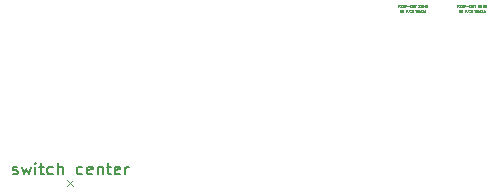
<source format=gbr>
%TF.GenerationSoftware,KiCad,Pcbnew,7.0.1*%
%TF.CreationDate,2023-05-19T15:14:05+03:00*%
%TF.ProjectId,rp2040-bakeneko65,72703230-3430-42d6-9261-6b656e656b6f,rev?*%
%TF.SameCoordinates,Original*%
%TF.FileFunction,Other,Comment*%
%FSLAX46Y46*%
G04 Gerber Fmt 4.6, Leading zero omitted, Abs format (unit mm)*
G04 Created by KiCad (PCBNEW 7.0.1) date 2023-05-19 15:14:05*
%MOMM*%
%LPD*%
G01*
G04 APERTURE LIST*
%ADD10C,0.150000*%
%ADD11C,0.030000*%
%ADD12C,0.120000*%
G04 APERTURE END LIST*
D10*
%TO.C,LED1*%
X71342856Y-130213750D02*
X71438094Y-130261369D01*
X71438094Y-130261369D02*
X71628570Y-130261369D01*
X71628570Y-130261369D02*
X71723808Y-130213750D01*
X71723808Y-130213750D02*
X71771427Y-130118511D01*
X71771427Y-130118511D02*
X71771427Y-130070892D01*
X71771427Y-130070892D02*
X71723808Y-129975654D01*
X71723808Y-129975654D02*
X71628570Y-129928035D01*
X71628570Y-129928035D02*
X71485713Y-129928035D01*
X71485713Y-129928035D02*
X71390475Y-129880416D01*
X71390475Y-129880416D02*
X71342856Y-129785178D01*
X71342856Y-129785178D02*
X71342856Y-129737559D01*
X71342856Y-129737559D02*
X71390475Y-129642321D01*
X71390475Y-129642321D02*
X71485713Y-129594702D01*
X71485713Y-129594702D02*
X71628570Y-129594702D01*
X71628570Y-129594702D02*
X71723808Y-129642321D01*
X72104761Y-129594702D02*
X72295237Y-130261369D01*
X72295237Y-130261369D02*
X72485713Y-129785178D01*
X72485713Y-129785178D02*
X72676189Y-130261369D01*
X72676189Y-130261369D02*
X72866665Y-129594702D01*
X73247618Y-130261369D02*
X73247618Y-129594702D01*
X73247618Y-129261369D02*
X73199999Y-129308988D01*
X73199999Y-129308988D02*
X73247618Y-129356607D01*
X73247618Y-129356607D02*
X73295237Y-129308988D01*
X73295237Y-129308988D02*
X73247618Y-129261369D01*
X73247618Y-129261369D02*
X73247618Y-129356607D01*
X73580951Y-129594702D02*
X73961903Y-129594702D01*
X73723808Y-129261369D02*
X73723808Y-130118511D01*
X73723808Y-130118511D02*
X73771427Y-130213750D01*
X73771427Y-130213750D02*
X73866665Y-130261369D01*
X73866665Y-130261369D02*
X73961903Y-130261369D01*
X74723808Y-130213750D02*
X74628570Y-130261369D01*
X74628570Y-130261369D02*
X74438094Y-130261369D01*
X74438094Y-130261369D02*
X74342856Y-130213750D01*
X74342856Y-130213750D02*
X74295237Y-130166130D01*
X74295237Y-130166130D02*
X74247618Y-130070892D01*
X74247618Y-130070892D02*
X74247618Y-129785178D01*
X74247618Y-129785178D02*
X74295237Y-129689940D01*
X74295237Y-129689940D02*
X74342856Y-129642321D01*
X74342856Y-129642321D02*
X74438094Y-129594702D01*
X74438094Y-129594702D02*
X74628570Y-129594702D01*
X74628570Y-129594702D02*
X74723808Y-129642321D01*
X75152380Y-130261369D02*
X75152380Y-129261369D01*
X75580951Y-130261369D02*
X75580951Y-129737559D01*
X75580951Y-129737559D02*
X75533332Y-129642321D01*
X75533332Y-129642321D02*
X75438094Y-129594702D01*
X75438094Y-129594702D02*
X75295237Y-129594702D01*
X75295237Y-129594702D02*
X75199999Y-129642321D01*
X75199999Y-129642321D02*
X75152380Y-129689940D01*
X77247618Y-130213750D02*
X77152380Y-130261369D01*
X77152380Y-130261369D02*
X76961904Y-130261369D01*
X76961904Y-130261369D02*
X76866666Y-130213750D01*
X76866666Y-130213750D02*
X76819047Y-130166130D01*
X76819047Y-130166130D02*
X76771428Y-130070892D01*
X76771428Y-130070892D02*
X76771428Y-129785178D01*
X76771428Y-129785178D02*
X76819047Y-129689940D01*
X76819047Y-129689940D02*
X76866666Y-129642321D01*
X76866666Y-129642321D02*
X76961904Y-129594702D01*
X76961904Y-129594702D02*
X77152380Y-129594702D01*
X77152380Y-129594702D02*
X77247618Y-129642321D01*
X78057142Y-130213750D02*
X77961904Y-130261369D01*
X77961904Y-130261369D02*
X77771428Y-130261369D01*
X77771428Y-130261369D02*
X77676190Y-130213750D01*
X77676190Y-130213750D02*
X77628571Y-130118511D01*
X77628571Y-130118511D02*
X77628571Y-129737559D01*
X77628571Y-129737559D02*
X77676190Y-129642321D01*
X77676190Y-129642321D02*
X77771428Y-129594702D01*
X77771428Y-129594702D02*
X77961904Y-129594702D01*
X77961904Y-129594702D02*
X78057142Y-129642321D01*
X78057142Y-129642321D02*
X78104761Y-129737559D01*
X78104761Y-129737559D02*
X78104761Y-129832797D01*
X78104761Y-129832797D02*
X77628571Y-129928035D01*
X78533333Y-129594702D02*
X78533333Y-130261369D01*
X78533333Y-129689940D02*
X78580952Y-129642321D01*
X78580952Y-129642321D02*
X78676190Y-129594702D01*
X78676190Y-129594702D02*
X78819047Y-129594702D01*
X78819047Y-129594702D02*
X78914285Y-129642321D01*
X78914285Y-129642321D02*
X78961904Y-129737559D01*
X78961904Y-129737559D02*
X78961904Y-130261369D01*
X79295238Y-129594702D02*
X79676190Y-129594702D01*
X79438095Y-129261369D02*
X79438095Y-130118511D01*
X79438095Y-130118511D02*
X79485714Y-130213750D01*
X79485714Y-130213750D02*
X79580952Y-130261369D01*
X79580952Y-130261369D02*
X79676190Y-130261369D01*
X80390476Y-130213750D02*
X80295238Y-130261369D01*
X80295238Y-130261369D02*
X80104762Y-130261369D01*
X80104762Y-130261369D02*
X80009524Y-130213750D01*
X80009524Y-130213750D02*
X79961905Y-130118511D01*
X79961905Y-130118511D02*
X79961905Y-129737559D01*
X79961905Y-129737559D02*
X80009524Y-129642321D01*
X80009524Y-129642321D02*
X80104762Y-129594702D01*
X80104762Y-129594702D02*
X80295238Y-129594702D01*
X80295238Y-129594702D02*
X80390476Y-129642321D01*
X80390476Y-129642321D02*
X80438095Y-129737559D01*
X80438095Y-129737559D02*
X80438095Y-129832797D01*
X80438095Y-129832797D02*
X79961905Y-129928035D01*
X80866667Y-130261369D02*
X80866667Y-129594702D01*
X80866667Y-129785178D02*
X80914286Y-129689940D01*
X80914286Y-129689940D02*
X80961905Y-129642321D01*
X80961905Y-129642321D02*
X81057143Y-129594702D01*
X81057143Y-129594702D02*
X81152381Y-129594702D01*
D11*
%TO.C,SW85*%
X109115047Y-116497523D02*
X109115047Y-116297523D01*
X109115047Y-116297523D02*
X109229332Y-116497523D01*
X109229332Y-116497523D02*
X109229332Y-116297523D01*
X109353142Y-116497523D02*
X109334094Y-116488000D01*
X109334094Y-116488000D02*
X109324571Y-116478476D01*
X109324571Y-116478476D02*
X109315047Y-116459428D01*
X109315047Y-116459428D02*
X109315047Y-116402285D01*
X109315047Y-116402285D02*
X109324571Y-116383238D01*
X109324571Y-116383238D02*
X109334094Y-116373714D01*
X109334094Y-116373714D02*
X109353142Y-116364190D01*
X109353142Y-116364190D02*
X109381713Y-116364190D01*
X109381713Y-116364190D02*
X109400761Y-116373714D01*
X109400761Y-116373714D02*
X109410285Y-116383238D01*
X109410285Y-116383238D02*
X109419809Y-116402285D01*
X109419809Y-116402285D02*
X109419809Y-116459428D01*
X109419809Y-116459428D02*
X109410285Y-116478476D01*
X109410285Y-116478476D02*
X109400761Y-116488000D01*
X109400761Y-116488000D02*
X109381713Y-116497523D01*
X109381713Y-116497523D02*
X109353142Y-116497523D01*
X109724570Y-116392761D02*
X109657904Y-116392761D01*
X109657904Y-116497523D02*
X109657904Y-116297523D01*
X109657904Y-116297523D02*
X109753142Y-116297523D01*
X109829333Y-116478476D02*
X109838856Y-116488000D01*
X109838856Y-116488000D02*
X109829333Y-116497523D01*
X109829333Y-116497523D02*
X109819809Y-116488000D01*
X109819809Y-116488000D02*
X109829333Y-116478476D01*
X109829333Y-116478476D02*
X109829333Y-116497523D01*
X110038856Y-116478476D02*
X110029332Y-116488000D01*
X110029332Y-116488000D02*
X110000761Y-116497523D01*
X110000761Y-116497523D02*
X109981713Y-116497523D01*
X109981713Y-116497523D02*
X109953142Y-116488000D01*
X109953142Y-116488000D02*
X109934094Y-116468952D01*
X109934094Y-116468952D02*
X109924571Y-116449904D01*
X109924571Y-116449904D02*
X109915047Y-116411809D01*
X109915047Y-116411809D02*
X109915047Y-116383238D01*
X109915047Y-116383238D02*
X109924571Y-116345142D01*
X109924571Y-116345142D02*
X109934094Y-116326095D01*
X109934094Y-116326095D02*
X109953142Y-116307047D01*
X109953142Y-116307047D02*
X109981713Y-116297523D01*
X109981713Y-116297523D02*
X110000761Y-116297523D01*
X110000761Y-116297523D02*
X110029332Y-116307047D01*
X110029332Y-116307047D02*
X110038856Y-116316571D01*
X110210285Y-116364190D02*
X110210285Y-116497523D01*
X110124571Y-116364190D02*
X110124571Y-116468952D01*
X110124571Y-116468952D02*
X110134094Y-116488000D01*
X110134094Y-116488000D02*
X110153142Y-116497523D01*
X110153142Y-116497523D02*
X110181713Y-116497523D01*
X110181713Y-116497523D02*
X110200761Y-116488000D01*
X110200761Y-116488000D02*
X110210285Y-116478476D01*
X110429332Y-116364190D02*
X110505523Y-116364190D01*
X110457904Y-116297523D02*
X110457904Y-116468952D01*
X110457904Y-116468952D02*
X110467427Y-116488000D01*
X110467427Y-116488000D02*
X110486475Y-116497523D01*
X110486475Y-116497523D02*
X110505523Y-116497523D01*
X110572190Y-116497523D02*
X110572190Y-116364190D01*
X110572190Y-116402285D02*
X110581713Y-116383238D01*
X110581713Y-116383238D02*
X110591237Y-116373714D01*
X110591237Y-116373714D02*
X110610285Y-116364190D01*
X110610285Y-116364190D02*
X110629332Y-116364190D01*
X110781714Y-116497523D02*
X110781714Y-116392761D01*
X110781714Y-116392761D02*
X110772190Y-116373714D01*
X110772190Y-116373714D02*
X110753142Y-116364190D01*
X110753142Y-116364190D02*
X110715047Y-116364190D01*
X110715047Y-116364190D02*
X110696000Y-116373714D01*
X110781714Y-116488000D02*
X110762666Y-116497523D01*
X110762666Y-116497523D02*
X110715047Y-116497523D01*
X110715047Y-116497523D02*
X110696000Y-116488000D01*
X110696000Y-116488000D02*
X110686476Y-116468952D01*
X110686476Y-116468952D02*
X110686476Y-116449904D01*
X110686476Y-116449904D02*
X110696000Y-116430857D01*
X110696000Y-116430857D02*
X110715047Y-116421333D01*
X110715047Y-116421333D02*
X110762666Y-116421333D01*
X110762666Y-116421333D02*
X110781714Y-116411809D01*
X110962666Y-116488000D02*
X110943618Y-116497523D01*
X110943618Y-116497523D02*
X110905523Y-116497523D01*
X110905523Y-116497523D02*
X110886475Y-116488000D01*
X110886475Y-116488000D02*
X110876952Y-116478476D01*
X110876952Y-116478476D02*
X110867428Y-116459428D01*
X110867428Y-116459428D02*
X110867428Y-116402285D01*
X110867428Y-116402285D02*
X110876952Y-116383238D01*
X110876952Y-116383238D02*
X110886475Y-116373714D01*
X110886475Y-116373714D02*
X110905523Y-116364190D01*
X110905523Y-116364190D02*
X110943618Y-116364190D01*
X110943618Y-116364190D02*
X110962666Y-116373714D01*
X111048381Y-116497523D02*
X111048381Y-116297523D01*
X111067428Y-116421333D02*
X111124571Y-116497523D01*
X111124571Y-116364190D02*
X111048381Y-116440380D01*
X111200762Y-116488000D02*
X111219809Y-116497523D01*
X111219809Y-116497523D02*
X111257905Y-116497523D01*
X111257905Y-116497523D02*
X111276952Y-116488000D01*
X111276952Y-116488000D02*
X111286476Y-116468952D01*
X111286476Y-116468952D02*
X111286476Y-116459428D01*
X111286476Y-116459428D02*
X111276952Y-116440380D01*
X111276952Y-116440380D02*
X111257905Y-116430857D01*
X111257905Y-116430857D02*
X111229333Y-116430857D01*
X111229333Y-116430857D02*
X111210286Y-116421333D01*
X111210286Y-116421333D02*
X111200762Y-116402285D01*
X111200762Y-116402285D02*
X111200762Y-116392761D01*
X111200762Y-116392761D02*
X111210286Y-116373714D01*
X111210286Y-116373714D02*
X111229333Y-116364190D01*
X111229333Y-116364190D02*
X111257905Y-116364190D01*
X111257905Y-116364190D02*
X111276952Y-116373714D01*
X104115047Y-116497523D02*
X104115047Y-116297523D01*
X104115047Y-116297523D02*
X104229332Y-116497523D01*
X104229332Y-116497523D02*
X104229332Y-116297523D01*
X104353142Y-116497523D02*
X104334094Y-116488000D01*
X104334094Y-116488000D02*
X104324571Y-116478476D01*
X104324571Y-116478476D02*
X104315047Y-116459428D01*
X104315047Y-116459428D02*
X104315047Y-116402285D01*
X104315047Y-116402285D02*
X104324571Y-116383238D01*
X104324571Y-116383238D02*
X104334094Y-116373714D01*
X104334094Y-116373714D02*
X104353142Y-116364190D01*
X104353142Y-116364190D02*
X104381713Y-116364190D01*
X104381713Y-116364190D02*
X104400761Y-116373714D01*
X104400761Y-116373714D02*
X104410285Y-116383238D01*
X104410285Y-116383238D02*
X104419809Y-116402285D01*
X104419809Y-116402285D02*
X104419809Y-116459428D01*
X104419809Y-116459428D02*
X104410285Y-116478476D01*
X104410285Y-116478476D02*
X104400761Y-116488000D01*
X104400761Y-116488000D02*
X104381713Y-116497523D01*
X104381713Y-116497523D02*
X104353142Y-116497523D01*
X104724570Y-116392761D02*
X104657904Y-116392761D01*
X104657904Y-116497523D02*
X104657904Y-116297523D01*
X104657904Y-116297523D02*
X104753142Y-116297523D01*
X104829333Y-116478476D02*
X104838856Y-116488000D01*
X104838856Y-116488000D02*
X104829333Y-116497523D01*
X104829333Y-116497523D02*
X104819809Y-116488000D01*
X104819809Y-116488000D02*
X104829333Y-116478476D01*
X104829333Y-116478476D02*
X104829333Y-116497523D01*
X105038856Y-116478476D02*
X105029332Y-116488000D01*
X105029332Y-116488000D02*
X105000761Y-116497523D01*
X105000761Y-116497523D02*
X104981713Y-116497523D01*
X104981713Y-116497523D02*
X104953142Y-116488000D01*
X104953142Y-116488000D02*
X104934094Y-116468952D01*
X104934094Y-116468952D02*
X104924571Y-116449904D01*
X104924571Y-116449904D02*
X104915047Y-116411809D01*
X104915047Y-116411809D02*
X104915047Y-116383238D01*
X104915047Y-116383238D02*
X104924571Y-116345142D01*
X104924571Y-116345142D02*
X104934094Y-116326095D01*
X104934094Y-116326095D02*
X104953142Y-116307047D01*
X104953142Y-116307047D02*
X104981713Y-116297523D01*
X104981713Y-116297523D02*
X105000761Y-116297523D01*
X105000761Y-116297523D02*
X105029332Y-116307047D01*
X105029332Y-116307047D02*
X105038856Y-116316571D01*
X105210285Y-116364190D02*
X105210285Y-116497523D01*
X105124571Y-116364190D02*
X105124571Y-116468952D01*
X105124571Y-116468952D02*
X105134094Y-116488000D01*
X105134094Y-116488000D02*
X105153142Y-116497523D01*
X105153142Y-116497523D02*
X105181713Y-116497523D01*
X105181713Y-116497523D02*
X105200761Y-116488000D01*
X105200761Y-116488000D02*
X105210285Y-116478476D01*
X105429332Y-116364190D02*
X105505523Y-116364190D01*
X105457904Y-116297523D02*
X105457904Y-116468952D01*
X105457904Y-116468952D02*
X105467427Y-116488000D01*
X105467427Y-116488000D02*
X105486475Y-116497523D01*
X105486475Y-116497523D02*
X105505523Y-116497523D01*
X105572190Y-116497523D02*
X105572190Y-116364190D01*
X105572190Y-116402285D02*
X105581713Y-116383238D01*
X105581713Y-116383238D02*
X105591237Y-116373714D01*
X105591237Y-116373714D02*
X105610285Y-116364190D01*
X105610285Y-116364190D02*
X105629332Y-116364190D01*
X105781714Y-116497523D02*
X105781714Y-116392761D01*
X105781714Y-116392761D02*
X105772190Y-116373714D01*
X105772190Y-116373714D02*
X105753142Y-116364190D01*
X105753142Y-116364190D02*
X105715047Y-116364190D01*
X105715047Y-116364190D02*
X105696000Y-116373714D01*
X105781714Y-116488000D02*
X105762666Y-116497523D01*
X105762666Y-116497523D02*
X105715047Y-116497523D01*
X105715047Y-116497523D02*
X105696000Y-116488000D01*
X105696000Y-116488000D02*
X105686476Y-116468952D01*
X105686476Y-116468952D02*
X105686476Y-116449904D01*
X105686476Y-116449904D02*
X105696000Y-116430857D01*
X105696000Y-116430857D02*
X105715047Y-116421333D01*
X105715047Y-116421333D02*
X105762666Y-116421333D01*
X105762666Y-116421333D02*
X105781714Y-116411809D01*
X105962666Y-116488000D02*
X105943618Y-116497523D01*
X105943618Y-116497523D02*
X105905523Y-116497523D01*
X105905523Y-116497523D02*
X105886475Y-116488000D01*
X105886475Y-116488000D02*
X105876952Y-116478476D01*
X105876952Y-116478476D02*
X105867428Y-116459428D01*
X105867428Y-116459428D02*
X105867428Y-116402285D01*
X105867428Y-116402285D02*
X105876952Y-116383238D01*
X105876952Y-116383238D02*
X105886475Y-116373714D01*
X105886475Y-116373714D02*
X105905523Y-116364190D01*
X105905523Y-116364190D02*
X105943618Y-116364190D01*
X105943618Y-116364190D02*
X105962666Y-116373714D01*
X106048381Y-116497523D02*
X106048381Y-116297523D01*
X106067428Y-116421333D02*
X106124571Y-116497523D01*
X106124571Y-116364190D02*
X106048381Y-116440380D01*
X106200762Y-116488000D02*
X106219809Y-116497523D01*
X106219809Y-116497523D02*
X106257905Y-116497523D01*
X106257905Y-116497523D02*
X106276952Y-116488000D01*
X106276952Y-116488000D02*
X106286476Y-116468952D01*
X106286476Y-116468952D02*
X106286476Y-116459428D01*
X106286476Y-116459428D02*
X106276952Y-116440380D01*
X106276952Y-116440380D02*
X106257905Y-116430857D01*
X106257905Y-116430857D02*
X106229333Y-116430857D01*
X106229333Y-116430857D02*
X106210286Y-116421333D01*
X106210286Y-116421333D02*
X106200762Y-116402285D01*
X106200762Y-116402285D02*
X106200762Y-116392761D01*
X106200762Y-116392761D02*
X106210286Y-116373714D01*
X106210286Y-116373714D02*
X106229333Y-116364190D01*
X106229333Y-116364190D02*
X106257905Y-116364190D01*
X106257905Y-116364190D02*
X106276952Y-116373714D01*
X108981715Y-116097523D02*
X108981715Y-115897523D01*
X109096000Y-116097523D02*
X109010286Y-115983238D01*
X109096000Y-115897523D02*
X108981715Y-116011809D01*
X109181715Y-115992761D02*
X109248381Y-115992761D01*
X109276953Y-116097523D02*
X109181715Y-116097523D01*
X109181715Y-116097523D02*
X109181715Y-115897523D01*
X109181715Y-115897523D02*
X109276953Y-115897523D01*
X109362667Y-115992761D02*
X109429333Y-115992761D01*
X109457905Y-116097523D02*
X109362667Y-116097523D01*
X109362667Y-116097523D02*
X109362667Y-115897523D01*
X109362667Y-115897523D02*
X109457905Y-115897523D01*
X109543619Y-116097523D02*
X109543619Y-115897523D01*
X109543619Y-115897523D02*
X109619809Y-115897523D01*
X109619809Y-115897523D02*
X109638857Y-115907047D01*
X109638857Y-115907047D02*
X109648380Y-115916571D01*
X109648380Y-115916571D02*
X109657904Y-115935619D01*
X109657904Y-115935619D02*
X109657904Y-115964190D01*
X109657904Y-115964190D02*
X109648380Y-115983238D01*
X109648380Y-115983238D02*
X109638857Y-115992761D01*
X109638857Y-115992761D02*
X109619809Y-116002285D01*
X109619809Y-116002285D02*
X109543619Y-116002285D01*
X109743619Y-116021333D02*
X109896000Y-116021333D01*
X110029333Y-115897523D02*
X110067428Y-115897523D01*
X110067428Y-115897523D02*
X110086476Y-115907047D01*
X110086476Y-115907047D02*
X110105523Y-115926095D01*
X110105523Y-115926095D02*
X110115047Y-115964190D01*
X110115047Y-115964190D02*
X110115047Y-116030857D01*
X110115047Y-116030857D02*
X110105523Y-116068952D01*
X110105523Y-116068952D02*
X110086476Y-116088000D01*
X110086476Y-116088000D02*
X110067428Y-116097523D01*
X110067428Y-116097523D02*
X110029333Y-116097523D01*
X110029333Y-116097523D02*
X110010285Y-116088000D01*
X110010285Y-116088000D02*
X109991238Y-116068952D01*
X109991238Y-116068952D02*
X109981714Y-116030857D01*
X109981714Y-116030857D02*
X109981714Y-115964190D01*
X109981714Y-115964190D02*
X109991238Y-115926095D01*
X109991238Y-115926095D02*
X110010285Y-115907047D01*
X110010285Y-115907047D02*
X110029333Y-115897523D01*
X110200762Y-115897523D02*
X110200762Y-116059428D01*
X110200762Y-116059428D02*
X110210285Y-116078476D01*
X110210285Y-116078476D02*
X110219809Y-116088000D01*
X110219809Y-116088000D02*
X110238857Y-116097523D01*
X110238857Y-116097523D02*
X110276952Y-116097523D01*
X110276952Y-116097523D02*
X110296000Y-116088000D01*
X110296000Y-116088000D02*
X110305523Y-116078476D01*
X110305523Y-116078476D02*
X110315047Y-116059428D01*
X110315047Y-116059428D02*
X110315047Y-115897523D01*
X110381714Y-115897523D02*
X110496000Y-115897523D01*
X110438857Y-116097523D02*
X110438857Y-115897523D01*
X110696000Y-115897523D02*
X110829333Y-115897523D01*
X110829333Y-115897523D02*
X110696000Y-116097523D01*
X110696000Y-116097523D02*
X110829333Y-116097523D01*
X110943619Y-115897523D02*
X110981714Y-115897523D01*
X110981714Y-115897523D02*
X111000762Y-115907047D01*
X111000762Y-115907047D02*
X111019809Y-115926095D01*
X111019809Y-115926095D02*
X111029333Y-115964190D01*
X111029333Y-115964190D02*
X111029333Y-116030857D01*
X111029333Y-116030857D02*
X111019809Y-116068952D01*
X111019809Y-116068952D02*
X111000762Y-116088000D01*
X111000762Y-116088000D02*
X110981714Y-116097523D01*
X110981714Y-116097523D02*
X110943619Y-116097523D01*
X110943619Y-116097523D02*
X110924571Y-116088000D01*
X110924571Y-116088000D02*
X110905524Y-116068952D01*
X110905524Y-116068952D02*
X110896000Y-116030857D01*
X110896000Y-116030857D02*
X110896000Y-115964190D01*
X110896000Y-115964190D02*
X110905524Y-115926095D01*
X110905524Y-115926095D02*
X110924571Y-115907047D01*
X110924571Y-115907047D02*
X110943619Y-115897523D01*
X111115048Y-116097523D02*
X111115048Y-115897523D01*
X111115048Y-115897523D02*
X111229333Y-116097523D01*
X111229333Y-116097523D02*
X111229333Y-115897523D01*
X111324572Y-115992761D02*
X111391238Y-115992761D01*
X111419810Y-116097523D02*
X111324572Y-116097523D01*
X111324572Y-116097523D02*
X111324572Y-115897523D01*
X111324572Y-115897523D02*
X111419810Y-115897523D01*
X103981715Y-116097523D02*
X103981715Y-115897523D01*
X104096000Y-116097523D02*
X104010286Y-115983238D01*
X104096000Y-115897523D02*
X103981715Y-116011809D01*
X104181715Y-115992761D02*
X104248381Y-115992761D01*
X104276953Y-116097523D02*
X104181715Y-116097523D01*
X104181715Y-116097523D02*
X104181715Y-115897523D01*
X104181715Y-115897523D02*
X104276953Y-115897523D01*
X104362667Y-115992761D02*
X104429333Y-115992761D01*
X104457905Y-116097523D02*
X104362667Y-116097523D01*
X104362667Y-116097523D02*
X104362667Y-115897523D01*
X104362667Y-115897523D02*
X104457905Y-115897523D01*
X104543619Y-116097523D02*
X104543619Y-115897523D01*
X104543619Y-115897523D02*
X104619809Y-115897523D01*
X104619809Y-115897523D02*
X104638857Y-115907047D01*
X104638857Y-115907047D02*
X104648380Y-115916571D01*
X104648380Y-115916571D02*
X104657904Y-115935619D01*
X104657904Y-115935619D02*
X104657904Y-115964190D01*
X104657904Y-115964190D02*
X104648380Y-115983238D01*
X104648380Y-115983238D02*
X104638857Y-115992761D01*
X104638857Y-115992761D02*
X104619809Y-116002285D01*
X104619809Y-116002285D02*
X104543619Y-116002285D01*
X104743619Y-116021333D02*
X104896000Y-116021333D01*
X105029333Y-115897523D02*
X105067428Y-115897523D01*
X105067428Y-115897523D02*
X105086476Y-115907047D01*
X105086476Y-115907047D02*
X105105523Y-115926095D01*
X105105523Y-115926095D02*
X105115047Y-115964190D01*
X105115047Y-115964190D02*
X105115047Y-116030857D01*
X105115047Y-116030857D02*
X105105523Y-116068952D01*
X105105523Y-116068952D02*
X105086476Y-116088000D01*
X105086476Y-116088000D02*
X105067428Y-116097523D01*
X105067428Y-116097523D02*
X105029333Y-116097523D01*
X105029333Y-116097523D02*
X105010285Y-116088000D01*
X105010285Y-116088000D02*
X104991238Y-116068952D01*
X104991238Y-116068952D02*
X104981714Y-116030857D01*
X104981714Y-116030857D02*
X104981714Y-115964190D01*
X104981714Y-115964190D02*
X104991238Y-115926095D01*
X104991238Y-115926095D02*
X105010285Y-115907047D01*
X105010285Y-115907047D02*
X105029333Y-115897523D01*
X105200762Y-115897523D02*
X105200762Y-116059428D01*
X105200762Y-116059428D02*
X105210285Y-116078476D01*
X105210285Y-116078476D02*
X105219809Y-116088000D01*
X105219809Y-116088000D02*
X105238857Y-116097523D01*
X105238857Y-116097523D02*
X105276952Y-116097523D01*
X105276952Y-116097523D02*
X105296000Y-116088000D01*
X105296000Y-116088000D02*
X105305523Y-116078476D01*
X105305523Y-116078476D02*
X105315047Y-116059428D01*
X105315047Y-116059428D02*
X105315047Y-115897523D01*
X105381714Y-115897523D02*
X105496000Y-115897523D01*
X105438857Y-116097523D02*
X105438857Y-115897523D01*
X105696000Y-115897523D02*
X105829333Y-115897523D01*
X105829333Y-115897523D02*
X105696000Y-116097523D01*
X105696000Y-116097523D02*
X105829333Y-116097523D01*
X105943619Y-115897523D02*
X105981714Y-115897523D01*
X105981714Y-115897523D02*
X106000762Y-115907047D01*
X106000762Y-115907047D02*
X106019809Y-115926095D01*
X106019809Y-115926095D02*
X106029333Y-115964190D01*
X106029333Y-115964190D02*
X106029333Y-116030857D01*
X106029333Y-116030857D02*
X106019809Y-116068952D01*
X106019809Y-116068952D02*
X106000762Y-116088000D01*
X106000762Y-116088000D02*
X105981714Y-116097523D01*
X105981714Y-116097523D02*
X105943619Y-116097523D01*
X105943619Y-116097523D02*
X105924571Y-116088000D01*
X105924571Y-116088000D02*
X105905524Y-116068952D01*
X105905524Y-116068952D02*
X105896000Y-116030857D01*
X105896000Y-116030857D02*
X105896000Y-115964190D01*
X105896000Y-115964190D02*
X105905524Y-115926095D01*
X105905524Y-115926095D02*
X105924571Y-115907047D01*
X105924571Y-115907047D02*
X105943619Y-115897523D01*
X106115048Y-116097523D02*
X106115048Y-115897523D01*
X106115048Y-115897523D02*
X106229333Y-116097523D01*
X106229333Y-116097523D02*
X106229333Y-115897523D01*
X106324572Y-115992761D02*
X106391238Y-115992761D01*
X106419810Y-116097523D02*
X106324572Y-116097523D01*
X106324572Y-116097523D02*
X106324572Y-115897523D01*
X106324572Y-115897523D02*
X106419810Y-115897523D01*
D12*
%TO.C,LED1*%
X76450000Y-131218750D02*
X76200000Y-130968750D01*
X76200000Y-130968750D02*
X76450000Y-130718750D01*
X76200000Y-130968750D02*
X75950000Y-130718750D01*
X75950000Y-131218750D02*
X76200000Y-130968750D01*
%TD*%
M02*

</source>
